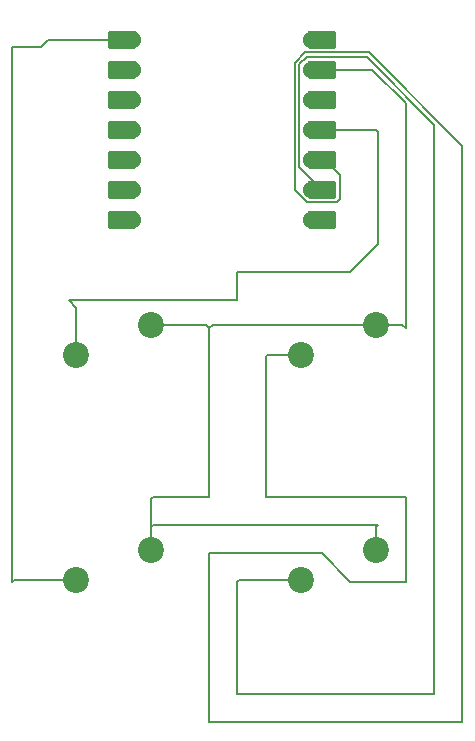
<source format=gbr>
%TF.GenerationSoftware,KiCad,Pcbnew,9.0.3*%
%TF.CreationDate,2025-07-13T23:11:11-04:00*%
%TF.ProjectId,Hackapad,4861636b-6170-4616-942e-6b696361645f,rev?*%
%TF.SameCoordinates,Original*%
%TF.FileFunction,Copper,L1,Top*%
%TF.FilePolarity,Positive*%
%FSLAX46Y46*%
G04 Gerber Fmt 4.6, Leading zero omitted, Abs format (unit mm)*
G04 Created by KiCad (PCBNEW 9.0.3) date 2025-07-13 23:11:11*
%MOMM*%
%LPD*%
G01*
G04 APERTURE LIST*
%TA.AperFunction,ComponentPad*%
%ADD10C,2.200000*%
%TD*%
%TA.AperFunction,ComponentPad*%
%ADD11C,1.524000*%
%TD*%
%TA.AperFunction,Conductor*%
%ADD12C,0.200000*%
%TD*%
G04 APERTURE END LIST*
D10*
%TO.P,SW1,1,1*%
%TO.N,Net-(U1-GND)*%
X64135000Y-71120000D03*
%TO.P,SW1,2,2*%
%TO.N,Net-(U1-GPIO26{slash}ADC0{slash}A0)*%
X57785000Y-73660000D03*
%TD*%
%TO.P,U1,1,GPIO26/ADC0/A0*%
%TO.N,Net-(U1-GPIO26{slash}ADC0{slash}A0)*%
%TA.AperFunction,SMDPad,CuDef*%
G36*
G01*
X62887250Y-27330400D02*
X62887250Y-28549600D01*
G75*
G02*
X62734850Y-28702000I-152400J0D01*
G01*
X60607650Y-28702000D01*
G75*
G02*
X60455250Y-28549600I0J152400D01*
G01*
X60455250Y-27330400D01*
G75*
G02*
X60607650Y-27178000I152400J0D01*
G01*
X62734850Y-27178000D01*
G75*
G02*
X62887250Y-27330400I0J-152400D01*
G01*
G37*
%TD.AperFunction*%
D11*
X62506250Y-27940000D03*
%TO.P,U1,2,GPIO27/ADC1/A1*%
%TO.N,unconnected-(U1-GPIO27{slash}ADC1{slash}A1-Pad2)*%
%TA.AperFunction,SMDPad,CuDef*%
G36*
G01*
X62887250Y-29870400D02*
X62887250Y-31089600D01*
G75*
G02*
X62734850Y-31242000I-152400J0D01*
G01*
X60607650Y-31242000D01*
G75*
G02*
X60455250Y-31089600I0J152400D01*
G01*
X60455250Y-29870400D01*
G75*
G02*
X60607650Y-29718000I152400J0D01*
G01*
X62734850Y-29718000D01*
G75*
G02*
X62887250Y-29870400I0J-152400D01*
G01*
G37*
%TD.AperFunction*%
X62506250Y-30480000D03*
%TO.P,U1,3,GPIO28/ADC2/A2*%
%TO.N,unconnected-(U1-GPIO28{slash}ADC2{slash}A2-Pad3)*%
%TA.AperFunction,SMDPad,CuDef*%
G36*
G01*
X62887250Y-32410400D02*
X62887250Y-33629600D01*
G75*
G02*
X62734850Y-33782000I-152400J0D01*
G01*
X60607650Y-33782000D01*
G75*
G02*
X60455250Y-33629600I0J152400D01*
G01*
X60455250Y-32410400D01*
G75*
G02*
X60607650Y-32258000I152400J0D01*
G01*
X62734850Y-32258000D01*
G75*
G02*
X62887250Y-32410400I0J-152400D01*
G01*
G37*
%TD.AperFunction*%
X62506250Y-33020000D03*
%TO.P,U1,4,GPIO29/ADC3/A3*%
%TO.N,unconnected-(U1-GPIO29{slash}ADC3{slash}A3-Pad4)*%
%TA.AperFunction,SMDPad,CuDef*%
G36*
G01*
X62887250Y-34950400D02*
X62887250Y-36169600D01*
G75*
G02*
X62734850Y-36322000I-152400J0D01*
G01*
X60607650Y-36322000D01*
G75*
G02*
X60455250Y-36169600I0J152400D01*
G01*
X60455250Y-34950400D01*
G75*
G02*
X60607650Y-34798000I152400J0D01*
G01*
X62734850Y-34798000D01*
G75*
G02*
X62887250Y-34950400I0J-152400D01*
G01*
G37*
%TD.AperFunction*%
X62506250Y-35560000D03*
%TO.P,U1,5,GPIO6/SDA*%
%TO.N,unconnected-(U1-GPIO6{slash}SDA-Pad5)*%
%TA.AperFunction,SMDPad,CuDef*%
G36*
G01*
X62887250Y-37490400D02*
X62887250Y-38709600D01*
G75*
G02*
X62734850Y-38862000I-152400J0D01*
G01*
X60607650Y-38862000D01*
G75*
G02*
X60455250Y-38709600I0J152400D01*
G01*
X60455250Y-37490400D01*
G75*
G02*
X60607650Y-37338000I152400J0D01*
G01*
X62734850Y-37338000D01*
G75*
G02*
X62887250Y-37490400I0J-152400D01*
G01*
G37*
%TD.AperFunction*%
X62506250Y-38100000D03*
%TO.P,U1,6,GPIO7/SCL*%
%TO.N,unconnected-(U1-GPIO7{slash}SCL-Pad6)*%
%TA.AperFunction,SMDPad,CuDef*%
G36*
G01*
X62887250Y-40030400D02*
X62887250Y-41249600D01*
G75*
G02*
X62734850Y-41402000I-152400J0D01*
G01*
X60607650Y-41402000D01*
G75*
G02*
X60455250Y-41249600I0J152400D01*
G01*
X60455250Y-40030400D01*
G75*
G02*
X60607650Y-39878000I152400J0D01*
G01*
X62734850Y-39878000D01*
G75*
G02*
X62887250Y-40030400I0J-152400D01*
G01*
G37*
%TD.AperFunction*%
X62506250Y-40640000D03*
%TO.P,U1,7,GPIO0/TX*%
%TO.N,unconnected-(U1-GPIO0{slash}TX-Pad7)*%
%TA.AperFunction,SMDPad,CuDef*%
G36*
G01*
X62887250Y-42570400D02*
X62887250Y-43789600D01*
G75*
G02*
X62734850Y-43942000I-152400J0D01*
G01*
X60607650Y-43942000D01*
G75*
G02*
X60455250Y-43789600I0J152400D01*
G01*
X60455250Y-42570400D01*
G75*
G02*
X60607650Y-42418000I152400J0D01*
G01*
X62734850Y-42418000D01*
G75*
G02*
X62887250Y-42570400I0J-152400D01*
G01*
G37*
%TD.AperFunction*%
X62506250Y-43180000D03*
%TO.P,U1,8,GPIO1/RX*%
%TO.N,unconnected-(U1-GPIO1{slash}RX-Pad8)*%
X77746250Y-43180000D03*
%TA.AperFunction,SMDPad,CuDef*%
G36*
G01*
X77365250Y-43789600D02*
X77365250Y-42570400D01*
G75*
G02*
X77517650Y-42418000I152400J0D01*
G01*
X79644850Y-42418000D01*
G75*
G02*
X79797250Y-42570400I0J-152400D01*
G01*
X79797250Y-43789600D01*
G75*
G02*
X79644850Y-43942000I-152400J0D01*
G01*
X77517650Y-43942000D01*
G75*
G02*
X77365250Y-43789600I0J152400D01*
G01*
G37*
%TD.AperFunction*%
%TO.P,U1,9,GPIO2/SCK*%
%TO.N,Net-(U1-GPIO2{slash}SCK)*%
X77746250Y-40640000D03*
%TA.AperFunction,SMDPad,CuDef*%
G36*
G01*
X77365250Y-41249600D02*
X77365250Y-40030400D01*
G75*
G02*
X77517650Y-39878000I152400J0D01*
G01*
X79644850Y-39878000D01*
G75*
G02*
X79797250Y-40030400I0J-152400D01*
G01*
X79797250Y-41249600D01*
G75*
G02*
X79644850Y-41402000I-152400J0D01*
G01*
X77517650Y-41402000D01*
G75*
G02*
X77365250Y-41249600I0J152400D01*
G01*
G37*
%TD.AperFunction*%
%TO.P,U1,10,GPIO4/MISO*%
%TO.N,Net-(U1-GPIO4{slash}MISO)*%
X77746250Y-38100000D03*
%TA.AperFunction,SMDPad,CuDef*%
G36*
G01*
X77365250Y-38709600D02*
X77365250Y-37490400D01*
G75*
G02*
X77517650Y-37338000I152400J0D01*
G01*
X79644850Y-37338000D01*
G75*
G02*
X79797250Y-37490400I0J-152400D01*
G01*
X79797250Y-38709600D01*
G75*
G02*
X79644850Y-38862000I-152400J0D01*
G01*
X77517650Y-38862000D01*
G75*
G02*
X77365250Y-38709600I0J152400D01*
G01*
G37*
%TD.AperFunction*%
%TO.P,U1,11,GPIO3/MOSI*%
%TO.N,Net-(U1-GPIO3{slash}MOSI)*%
X77746250Y-35560000D03*
%TA.AperFunction,SMDPad,CuDef*%
G36*
G01*
X77365250Y-36169600D02*
X77365250Y-34950400D01*
G75*
G02*
X77517650Y-34798000I152400J0D01*
G01*
X79644850Y-34798000D01*
G75*
G02*
X79797250Y-34950400I0J-152400D01*
G01*
X79797250Y-36169600D01*
G75*
G02*
X79644850Y-36322000I-152400J0D01*
G01*
X77517650Y-36322000D01*
G75*
G02*
X77365250Y-36169600I0J152400D01*
G01*
G37*
%TD.AperFunction*%
%TO.P,U1,12,3V3*%
%TO.N,unconnected-(U1-3V3-Pad12)*%
X77746250Y-33020000D03*
%TA.AperFunction,SMDPad,CuDef*%
G36*
G01*
X77365250Y-33629600D02*
X77365250Y-32410400D01*
G75*
G02*
X77517650Y-32258000I152400J0D01*
G01*
X79644850Y-32258000D01*
G75*
G02*
X79797250Y-32410400I0J-152400D01*
G01*
X79797250Y-33629600D01*
G75*
G02*
X79644850Y-33782000I-152400J0D01*
G01*
X77517650Y-33782000D01*
G75*
G02*
X77365250Y-33629600I0J152400D01*
G01*
G37*
%TD.AperFunction*%
%TO.P,U1,13,GND*%
%TO.N,Net-(U1-GND)*%
X77746250Y-30480000D03*
%TA.AperFunction,SMDPad,CuDef*%
G36*
G01*
X77365250Y-31089600D02*
X77365250Y-29870400D01*
G75*
G02*
X77517650Y-29718000I152400J0D01*
G01*
X79644850Y-29718000D01*
G75*
G02*
X79797250Y-29870400I0J-152400D01*
G01*
X79797250Y-31089600D01*
G75*
G02*
X79644850Y-31242000I-152400J0D01*
G01*
X77517650Y-31242000D01*
G75*
G02*
X77365250Y-31089600I0J152400D01*
G01*
G37*
%TD.AperFunction*%
%TO.P,U1,14,VBUS*%
%TO.N,unconnected-(U1-VBUS-Pad14)*%
X77746250Y-27940000D03*
%TA.AperFunction,SMDPad,CuDef*%
G36*
G01*
X77365250Y-28549600D02*
X77365250Y-27330400D01*
G75*
G02*
X77517650Y-27178000I152400J0D01*
G01*
X79644850Y-27178000D01*
G75*
G02*
X79797250Y-27330400I0J-152400D01*
G01*
X79797250Y-28549600D01*
G75*
G02*
X79644850Y-28702000I-152400J0D01*
G01*
X77517650Y-28702000D01*
G75*
G02*
X77365250Y-28549600I0J152400D01*
G01*
G37*
%TD.AperFunction*%
%TD*%
D10*
%TO.P,SW4,1,1*%
%TO.N,Net-(U1-GND)*%
X83185000Y-71120000D03*
%TO.P,SW4,2,2*%
%TO.N,Net-(U1-GPIO2{slash}SCK)*%
X76835000Y-73660000D03*
%TD*%
%TO.P,SW2,1,1*%
%TO.N,Net-(U1-GND)*%
X64135000Y-52070000D03*
%TO.P,SW2,2,2*%
%TO.N,Net-(U1-GPIO3{slash}MOSI)*%
X57785000Y-54610000D03*
%TD*%
%TO.P,SW3,1,1*%
%TO.N,Net-(U1-GND)*%
X83185000Y-52070000D03*
%TO.P,SW3,2,2*%
%TO.N,Net-(U1-GPIO4{slash}MISO)*%
X76835000Y-54610000D03*
%TD*%
D12*
%TO.N,Net-(U1-GND)*%
X83185000Y-69215000D02*
X83343750Y-69056250D01*
X83185000Y-52070000D02*
X69373750Y-52070000D01*
X69373750Y-52070000D02*
X69056250Y-52387500D01*
%TO.N,Net-(U1-GPIO4{slash}MISO)*%
X69056250Y-85725000D02*
X90487500Y-85725000D01*
X85725000Y-66675000D02*
X85725000Y-73818750D01*
X69056250Y-71437500D02*
X69056250Y-85725000D01*
X79836876Y-41703000D02*
X80098250Y-41441626D01*
X78581250Y-71437500D02*
X69056250Y-71437500D01*
X77305940Y-41703000D02*
X79836876Y-41703000D01*
X73818750Y-66675000D02*
X85725000Y-66675000D01*
X85725000Y-73818750D02*
X80962500Y-73818750D01*
X77139840Y-29016000D02*
X76282250Y-29873590D01*
X73977500Y-54610000D02*
X73818750Y-54768750D01*
X76835000Y-54610000D02*
X73977500Y-54610000D01*
X73818750Y-54768750D02*
X73818750Y-66675000D01*
X80962500Y-73818750D02*
X78581250Y-71437500D01*
X90487500Y-85725000D02*
X90487500Y-36965800D01*
X76282250Y-29873590D02*
X76282250Y-40679310D01*
X80098250Y-39374370D02*
X78823880Y-38100000D01*
X90487500Y-36965800D02*
X82537700Y-29016000D01*
X82537700Y-29016000D02*
X77139840Y-29016000D01*
X76282250Y-40679310D02*
X77305940Y-41703000D01*
X78823880Y-38100000D02*
X77746250Y-38100000D01*
X80098250Y-41441626D02*
X80098250Y-39374370D01*
%TO.N,Net-(U1-GPIO2{slash}SCK)*%
X76835000Y-73660000D02*
X71596250Y-73660000D01*
X82371600Y-29417000D02*
X77305940Y-29417000D01*
X71596250Y-73660000D02*
X71437500Y-73818750D01*
X88106250Y-83343750D02*
X88106250Y-35151650D01*
X71437500Y-73818750D02*
X71437500Y-83343750D01*
X71437500Y-83343750D02*
X88106250Y-83343750D01*
X88106250Y-35151650D02*
X82371600Y-29417000D01*
X76683250Y-38742000D02*
X78581250Y-40640000D01*
X77305940Y-29417000D02*
X76683250Y-30039690D01*
X76683250Y-30039690D02*
X76683250Y-38742000D01*
%TO.N,Net-(U1-GND)*%
X83185000Y-52070000D02*
X85407500Y-52070000D01*
X85725000Y-33337500D02*
X82867500Y-30480000D01*
X82867500Y-30480000D02*
X77746250Y-30480000D01*
X85407500Y-52070000D02*
X85725000Y-52387500D01*
X85725000Y-52387500D02*
X85725000Y-33337500D01*
X64135000Y-71120000D02*
X64135000Y-66833750D01*
X64135000Y-66833750D02*
X64293750Y-66675000D01*
X64293750Y-66675000D02*
X69056250Y-66675000D01*
X69056250Y-66675000D02*
X69056250Y-52387500D01*
X69056250Y-52387500D02*
X68738750Y-52070000D01*
X68738750Y-52070000D02*
X64135000Y-52070000D01*
%TO.N,Net-(U1-GPIO3{slash}MOSI)*%
X83343750Y-45243750D02*
X83343750Y-35718750D01*
X57150000Y-50006250D02*
X71437500Y-50006250D01*
X71437500Y-50006250D02*
X71437500Y-47625000D01*
X83343750Y-35718750D02*
X83185000Y-35560000D01*
X57785000Y-50641250D02*
X57150000Y-50006250D01*
X57785000Y-54610000D02*
X57785000Y-50641250D01*
X71437500Y-47625000D02*
X80962500Y-47625000D01*
X83185000Y-35560000D02*
X77746250Y-35560000D01*
X80962500Y-47625000D02*
X83343750Y-45243750D01*
%TO.N,Net-(U1-GPIO26{slash}ADC0{slash}A0)*%
X57785000Y-73660000D02*
X52546250Y-73660000D01*
X54768750Y-28575000D02*
X55403750Y-27940000D01*
X52387500Y-73818750D02*
X52387500Y-28575000D01*
X52546250Y-73660000D02*
X52387500Y-73818750D01*
X52387500Y-28575000D02*
X54768750Y-28575000D01*
X55403750Y-27940000D02*
X62506250Y-27940000D01*
%TO.N,Net-(U1-GND)*%
X83343750Y-69056250D02*
X64293750Y-69056250D01*
X83185000Y-71120000D02*
X83185000Y-69215000D01*
X64293750Y-69056250D02*
X64135000Y-69215000D01*
X64135000Y-69215000D02*
X64135000Y-71120000D01*
%TD*%
M02*

</source>
